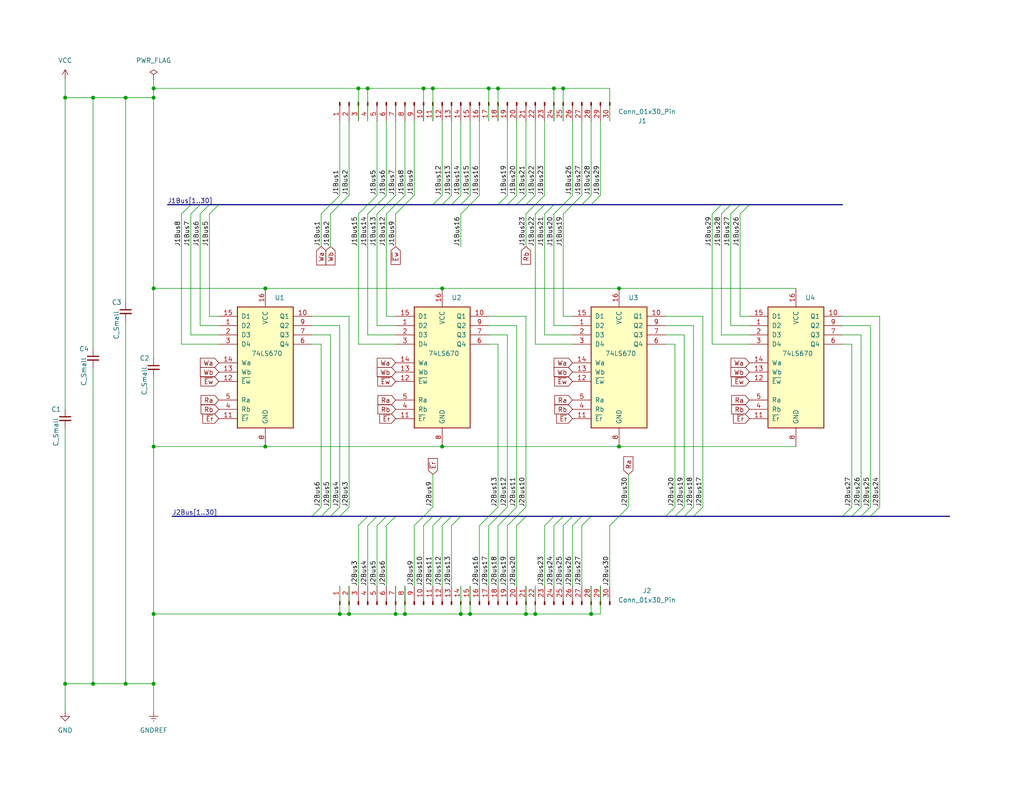
<source format=kicad_sch>
(kicad_sch (version 20230121) (generator eeschema)
  (paper "USLetter")
  (title_block (title "V501 Quad 16-bit D latch (address registers)"))
  (lib_symbols
    (symbol "74xx:74LS670" (pin_names (offset 1.016))
      (property "Reference" "U" (at -7.62 16.51 0))
      (property "Value" "74LS670" (at -7.62 -19.05 0))
      (symbol "74LS670_1_0"
        (pin input line (at -12.7 10.16 0) (length 5.08) (name "D2") (number "1"))
        (pin tri_state line (at 12.7 12.7 180) (length 5.08) (name "Q1") (number "10"))
        (pin input line (at -12.7 -15.24 0) (length 5.08) (name "~{Er}") (number "11"))
        (pin input line (at -12.7 -5.08 0) (length 5.08) (name "~{Ew}") (number "12"))
        (pin input line (at -12.7 -2.54 0) (length 5.08) (name "Wb") (number "13"))
        (pin input line (at -12.7 0 0) (length 5.08) (name "Wa") (number "14"))
        (pin input line (at -12.7 12.7 0) (length 5.08) (name "D1") (number "15"))
        (pin power_in line (at 0 20.32 270) (length 5.08) (name "VCC") (number "16"))
        (pin input line (at -12.7 7.62 0) (length 5.08) (name "D3") (number "2"))
        (pin input line (at -12.7 5.08 0) (length 5.08) (name "D4") (number "3"))
        (pin input line (at -12.7 -12.7 0) (length 5.08) (name "Rb") (number "4"))
        (pin input line (at -12.7 -10.16 0) (length 5.08) (name "Ra") (number "5"))
        (pin tri_state line (at 12.7 5.08 180) (length 5.08) (name "Q4") (number "6"))
        (pin tri_state line (at 12.7 7.62 180) (length 5.08) (name "Q3") (number "7"))
        (pin power_in line (at 0 -22.86 90) (length 5.08) (name "GND") (number "8"))
        (pin tri_state line (at 12.7 10.16 180) (length 5.08) (name "Q2") (number "9"))
      )
      (symbol "74LS670_1_1"
        (rectangle (start -7.62 15.24) (end 7.62 -17.78) (stroke (width 0.254)) (fill (type background)))
      )
    )
    (symbol "Connector:Conn_01x30_Pin" (pin_names (offset 1.016) hide)
      (property "Reference" "J" (at 0 38.1 0))
      (property "Value" "Conn_01x30_Pin" (at 0 -40.64 0))
      (symbol "Conn_01x30_Pin_1_1"
        (polyline (pts (xy 1.27 -38.1) (xy 0.8636 -38.1)) (stroke (width 0.1524)))
        (polyline (pts (xy 1.27 -35.56) (xy 0.8636 -35.56)) (stroke (width 0.1524)))
        (polyline (pts (xy 1.27 -33.02) (xy 0.8636 -33.02)) (stroke (width 0.1524)))
        (polyline (pts (xy 1.27 -30.48) (xy 0.8636 -30.48)) (stroke (width 0.1524)))
        (polyline (pts (xy 1.27 -27.94) (xy 0.8636 -27.94)) (stroke (width 0.1524)))
        (polyline (pts (xy 1.27 -25.4) (xy 0.8636 -25.4)) (stroke (width 0.1524)))
        (polyline (pts (xy 1.27 -22.86) (xy 0.8636 -22.86)) (stroke (width 0.1524)))
        (polyline (pts (xy 1.27 -20.32) (xy 0.8636 -20.32)) (stroke (width 0.1524)))
        (polyline (pts (xy 1.27 -17.78) (xy 0.8636 -17.78)) (stroke (width 0.1524)))
        (polyline (pts (xy 1.27 -15.24) (xy 0.8636 -15.24)) (stroke (width 0.1524)))
        (polyline (pts (xy 1.27 -12.7) (xy 0.8636 -12.7)) (stroke (width 0.1524)))
        (polyline (pts (xy 1.27 -10.16) (xy 0.8636 -10.16)) (stroke (width 0.1524)))
        (polyline (pts (xy 1.27 -7.62) (xy 0.8636 -7.62)) (stroke (width 0.1524)))
        (polyline (pts (xy 1.27 -5.08) (xy 0.8636 -5.08)) (stroke (width 0.1524)))
        (polyline (pts (xy 1.27 -2.54) (xy 0.8636 -2.54)) (stroke (width 0.1524)))
        (polyline (pts (xy 1.27 0) (xy 0.8636 0)) (stroke (width 0.1524)))
        (polyline (pts (xy 1.27 2.54) (xy 0.8636 2.54)) (stroke (width 0.1524)))
        (polyline (pts (xy 1.27 5.08) (xy 0.8636 5.08)) (stroke (width 0.1524)))
        (polyline (pts (xy 1.27 7.62) (xy 0.8636 7.62)) (stroke (width 0.1524)))
        (polyline (pts (xy 1.27 10.16) (xy 0.8636 10.16)) (stroke (width 0.1524)))
        (polyline (pts (xy 1.27 12.7) (xy 0.8636 12.7)) (stroke (width 0.1524)))
        (polyline (pts (xy 1.27 15.24) (xy 0.8636 15.24)) (stroke (width 0.1524)))
        (polyline (pts (xy 1.27 17.78) (xy 0.8636 17.78)) (stroke (width 0.1524)))
        (polyline (pts (xy 1.27 20.32) (xy 0.8636 20.32)) (stroke (width 0.1524)))
        (polyline (pts (xy 1.27 22.86) (xy 0.8636 22.86)) (stroke (width 0.1524)))
        (polyline (pts (xy 1.27 25.4) (xy 0.8636 25.4)) (stroke (width 0.1524)))
        (polyline (pts (xy 1.27 27.94) (xy 0.8636 27.94)) (stroke (width 0.1524)))
        (polyline (pts (xy 1.27 30.48) (xy 0.8636 30.48)) (stroke (width 0.1524)))
        (polyline (pts (xy 1.27 33.02) (xy 0.8636 33.02)) (stroke (width 0.1524)))
        (polyline (pts (xy 1.27 35.56) (xy 0.8636 35.56)) (stroke (width 0.1524)))
        (rectangle (start 0.8636 -37.973) (end 0 -38.227) (stroke (width 0.1524)) (fill (type outline)))
        (rectangle (start 0.8636 -35.433) (end 0 -35.687) (stroke (width 0.1524)) (fill (type outline)))
        (rectangle (start 0.8636 -32.893) (end 0 -33.147) (stroke (width 0.1524)) (fill (type outline)))
        (rectangle (start 0.8636 -30.353) (end 0 -30.607) (stroke (width 0.1524)) (fill (type outline)))
        (rectangle (start 0.8636 -27.813) (end 0 -28.067) (stroke (width 0.1524)) (fill (type outline)))
        (rectangle (start 0.8636 -25.273) (end 0 -25.527) (stroke (width 0.1524)) (fill (type outline)))
        (rectangle (start 0.8636 -22.733) (end 0 -22.987) (stroke (width 0.1524)) (fill (type outline)))
        (rectangle (start 0.8636 -20.193) (end 0 -20.447) (stroke (width 0.1524)) (fill (type outline)))
        (rectangle (start 0.8636 -17.653) (end 0 -17.907) (stroke (width 0.1524)) (fill (type outline)))
        (rectangle (start 0.8636 -15.113) (end 0 -15.367) (stroke (width 0.1524)) (fill (type outline)))
        (rectangle (start 0.8636 -12.573) (end 0 -12.827) (stroke (width 0.1524)) (fill (type outline)))
        (rectangle (start 0.8636 -10.033) (end 0 -10.287) (stroke (width 0.1524)) (fill (type outline)))
        (rectangle (start 0.8636 -7.493) (end 0 -7.747) (stroke (width 0.1524)) (fill (type outline)))
        (rectangle (start 0.8636 -4.953) (end 0 -5.207) (stroke (width 0.1524)) (fill (type outline)))
        (rectangle (start 0.8636 -2.413) (end 0 -2.667) (stroke (width 0.1524)) (fill (type outline)))
        (rectangle (start 0.8636 0.127) (end 0 -0.127) (stroke (width 0.1524)) (fill (type outline)))
        (rectangle (start 0.8636 2.667) (end 0 2.413) (stroke (width 0.1524)) (fill (type outline)))
        (rectangle (start 0.8636 5.207) (end 0 4.953) (stroke (width 0.1524)) (fill (type outline)))
        (rectangle (start 0.8636 7.747) (end 0 7.493) (stroke (width 0.1524)) (fill (type outline)))
        (rectangle (start 0.8636 10.287) (end 0 10.033) (stroke (width 0.1524)) (fill (type outline)))
        (rectangle (start 0.8636 12.827) (end 0 12.573) (stroke (width 0.1524)) (fill (type outline)))
        (rectangle (start 0.8636 15.367) (end 0 15.113) (stroke (width 0.1524)) (fill (type outline)))
        (rectangle (start 0.8636 17.907) (end 0 17.653) (stroke (width 0.1524)) (fill (type outline)))
        (rectangle (start 0.8636 20.447) (end 0 20.193) (stroke (width 0.1524)) (fill (type outline)))
        (rectangle (start 0.8636 22.987) (end 0 22.733) (stroke (width 0.1524)) (fill (type outline)))
        (rectangle (start 0.8636 25.527) (end 0 25.273) (stroke (width 0.1524)) (fill (type outline)))
        (rectangle (start 0.8636 28.067) (end 0 27.813) (stroke (width 0.1524)) (fill (type outline)))
        (rectangle (start 0.8636 30.607) (end 0 30.353) (stroke (width 0.1524)) (fill (type outline)))
        (rectangle (start 0.8636 33.147) (end 0 32.893) (stroke (width 0.1524)) (fill (type outline)))
        (rectangle (start 0.8636 35.687) (end 0 35.433) (stroke (width 0.1524)) (fill (type outline)))
        (pin passive line (at 5.08 35.56 180) (length 3.81) (name "Pin_1") (number "1"))
        (pin passive line (at 5.08 12.7 180) (length 3.81) (name "Pin_10") (number "10"))
        (pin passive line (at 5.08 10.16 180) (length 3.81) (name "Pin_11") (number "11"))
        (pin passive line (at 5.08 7.62 180) (length 3.81) (name "Pin_12") (number "12"))
        (pin passive line (at 5.08 5.08 180) (length 3.81) (name "Pin_13") (number "13"))
        (pin passive line (at 5.08 2.54 180) (length 3.81) (name "Pin_14") (number "14"))
        (pin passive line (at 5.08 0 180) (length 3.81) (name "Pin_15") (number "15"))
        (pin passive line (at 5.08 -2.54 180) (length 3.81) (name "Pin_16") (number "16"))
        (pin passive line (at 5.08 -5.08 180) (length 3.81) (name "Pin_17") (number "17"))
        (pin passive line (at 5.08 -7.62 180) (length 3.81) (name "Pin_18") (number "18"))
        (pin passive line (at 5.08 -10.16 180) (length 3.81) (name "Pin_19") (number "19"))
        (pin passive line (at 5.08 33.02 180) (length 3.81) (name "Pin_2") (number "2"))
        (pin passive line (at 5.08 -12.7 180) (length 3.81) (name "Pin_20") (number "20"))
        (pin passive line (at 5.08 -15.24 180) (length 3.81) (name "Pin_21") (number "21"))
        (pin passive line (at 5.08 -17.78 180) (length 3.81) (name "Pin_22") (number "22"))
        (pin passive line (at 5.08 -20.32 180) (length 3.81) (name "Pin_23") (number "23"))
        (pin passive line (at 5.08 -22.86 180) (length 3.81) (name "Pin_24") (number "24"))
        (pin passive line (at 5.08 -25.4 180) (length 3.81) (name "Pin_25") (number "25"))
        (pin passive line (at 5.08 -27.94 180) (length 3.81) (name "Pin_26") (number "26"))
        (pin passive line (at 5.08 -30.48 180) (length 3.81) (name "Pin_27") (number "27"))
        (pin passive line (at 5.08 -33.02 180) (length 3.81) (name "Pin_28") (number "28"))
        (pin passive line (at 5.08 -35.56 180) (length 3.81) (name "Pin_29") (number "29"))
        (pin passive line (at 5.08 30.48 180) (length 3.81) (name "Pin_3") (number "3"))
        (pin passive line (at 5.08 -38.1 180) (length 3.81) (name "Pin_30") (number "30"))
        (pin passive line (at 5.08 27.94 180) (length 3.81) (name "Pin_4") (number "4"))
        (pin passive line (at 5.08 25.4 180) (length 3.81) (name "Pin_5") (number "5"))
        (pin passive line (at 5.08 22.86 180) (length 3.81) (name "Pin_6") (number "6"))
        (pin passive line (at 5.08 20.32 180) (length 3.81) (name "Pin_7") (number "7"))
        (pin passive line (at 5.08 17.78 180) (length 3.81) (name "Pin_8") (number "8"))
        (pin passive line (at 5.08 15.24 180) (length 3.81) (name "Pin_9") (number "9"))
      )
    )
    (symbol "Device:C_Small" (pin_numbers hide) (pin_names (offset 0.254) hide)
      (property "Reference" "C" (at 0.254 1.778 0))
      (property "Value" "C_Small" (at 0.254 -2.032 0))
      (symbol "C_Small_0_1"
        (polyline (pts (xy -1.524 -0.508) (xy 1.524 -0.508)) (stroke (width 0.3302)))
        (polyline (pts (xy -1.524 0.508) (xy 1.524 0.508)) (stroke (width 0.3048)))
      )
      (symbol "C_Small_1_1"
        (pin passive line (at 0 2.54 270) (length 2.032) (name "~") (number "1"))
        (pin passive line (at 0 -2.54 90) (length 2.032) (name "~") (number "2"))
      )
    )
    (symbol "power:GND" (power) (pin_names (offset 0))
      (property "Value" "GND" (at 0 -3.81 0))
      (symbol "GND_0_1"
        (polyline (pts (xy 0 0) (xy 0 -1.27) (xy 1.27 -1.27) (xy 0 -2.54) (xy -1.27 -1.27) (xy 0 -1.27)))
      )
      (symbol "GND_1_1"
        (pin power_in line (at 0 0 270) (length 0) hide (name "GND") (number "1"))
      )
    )
    (symbol "power:GNDREF" (power) (pin_names (offset 0))
      (property "Value" "GNDREF" (at 0 -3.81 0))
      (symbol "GNDREF_0_1"
        (polyline (pts (xy -0.635 -1.905) (xy 0.635 -1.905)))
        (polyline (pts (xy -0.127 -2.54) (xy 0.127 -2.54)))
        (polyline (pts (xy 0 -1.27) (xy 0 0)))
        (polyline (pts (xy 1.27 -1.27) (xy -1.27 -1.27)))
      )
      (symbol "GNDREF_1_1"
        (pin power_in line (at 0 0 270) (length 0) hide (name "GNDREF") (number "1"))
      )
    )
    (symbol "power:PWR_FLAG" (power) (pin_numbers hide) (pin_names (offset 0) hide)
      (property "Value" "PWR_FLAG" (at 0 3.81 0))
      (symbol "PWR_FLAG_0_0"
        (pin power_out line (at 0 0 90) (length 0) (name "pwr") (number "1"))
      )
      (symbol "PWR_FLAG_0_1"
        (polyline (pts (xy 0 0) (xy 0 1.27) (xy -1.016 1.905) (xy 0 2.54) (xy 1.016 1.905) (xy 0 1.27)))
      )
    )
    (symbol "power:VCC" (power) (pin_names (offset 0))
      (property "Value" "VCC" (at 0 3.81 0))
      (symbol "VCC_0_1"
        (polyline (pts (xy -0.762 1.27) (xy 0 2.54)))
        (polyline (pts (xy 0 0) (xy 0 2.54)))
        (polyline (pts (xy 0 2.54) (xy 0.762 1.27)))
      )
      (symbol "VCC_1_1"
        (pin power_in line (at 0 0 90) (length 0) hide (name "VCC") (number "1"))
      )
    )
  )
  (junction (at 120.65 78.74))
  (junction (at 41.91 24.13))
  (junction (at 41.91 121.92))
  (junction (at 146.05 167.64))
  (junction (at 143.51 167.64))
  (junction (at 110.49 167.64))
  (junction (at 72.39 121.92))
  (junction (at 100.33 24.13))
  (junction (at 133.35 24.13))
  (junction (at 168.91 78.74))
  (junction (at 128.27 167.64))
  (junction (at 34.29 186.69))
  (junction (at 107.95 167.64))
  (junction (at 168.91 121.92))
  (junction (at 153.67 24.13))
  (junction (at 120.65 121.92))
  (junction (at 17.78 26.67))
  (junction (at 118.11 24.13))
  (junction (at 97.79 24.13))
  (junction (at 25.4 186.69))
  (junction (at 41.91 186.69))
  (junction (at 41.91 167.64))
  (junction (at 41.91 26.67))
  (junction (at 17.78 186.69))
  (junction (at 151.13 24.13))
  (junction (at 92.71 167.64))
  (junction (at 72.39 78.74))
  (junction (at 135.89 24.13))
  (junction (at 161.29 167.64))
  (junction (at 125.73 167.64))
  (junction (at 95.25 167.64))
  (junction (at 41.91 78.74))
  (junction (at 34.29 26.67))
  (junction (at 115.57 24.13))
  (junction (at 25.4 26.67))
  (bus_entry (at 161.29 55.88) (size 2.54 -2.54))
  (bus_entry (at 158.75 140.97) (size -2.54 2.54))
  (bus_entry (at 107.95 55.88) (size 2.54 -2.54))
  (bus_entry (at 138.43 140.97) (size 2.54 -2.54))
  (bus_entry (at 57.15 55.88) (size -2.54 2.54))
  (bus_entry (at 128.27 55.88) (size 2.54 -2.54))
  (bus_entry (at 52.07 55.88) (size -2.54 2.54))
  (bus_entry (at 189.23 140.97) (size 2.54 -2.54))
  (bus_entry (at 133.35 140.97) (size 2.54 -2.54))
  (bus_entry (at 229.87 140.97) (size 2.54 -2.54))
  (bus_entry (at 140.97 140.97) (size 2.54 -2.54))
  (bus_entry (at 201.93 55.88) (size -2.54 2.54))
  (bus_entry (at 156.21 55.88) (size -2.54 2.54))
  (bus_entry (at 102.87 55.88) (size -2.54 2.54))
  (bus_entry (at 135.89 140.97) (size -2.54 2.54))
  (bus_entry (at 123.19 140.97) (size -2.54 2.54))
  (bus_entry (at 156.21 140.97) (size -2.54 2.54))
  (bus_entry (at 85.09 140.97) (size 2.54 -2.54))
  (bus_entry (at 199.39 55.88) (size -2.54 2.54))
  (bus_entry (at 102.87 140.97) (size -2.54 2.54))
  (bus_entry (at 161.29 140.97) (size -2.54 2.54))
  (bus_entry (at 135.89 140.97) (size 2.54 -2.54))
  (bus_entry (at 105.41 55.88) (size -2.54 2.54))
  (bus_entry (at 105.41 140.97) (size -2.54 2.54))
  (bus_entry (at 143.51 140.97) (size -2.54 2.54))
  (bus_entry (at 135.89 55.88) (size 2.54 -2.54))
  (bus_entry (at 90.17 140.97) (size 2.54 -2.54))
  (bus_entry (at 196.85 55.88) (size -2.54 2.54))
  (bus_entry (at 140.97 55.88) (size 2.54 -2.54))
  (bus_entry (at 118.11 140.97) (size -2.54 2.54))
  (bus_entry (at 87.63 140.97) (size 2.54 -2.54))
  (bus_entry (at 107.95 55.88) (size -2.54 2.54))
  (bus_entry (at 102.87 55.88) (size 2.54 -2.54))
  (bus_entry (at 158.75 55.88) (size 2.54 -2.54))
  (bus_entry (at 105.41 55.88) (size 2.54 -2.54))
  (bus_entry (at 153.67 140.97) (size -2.54 2.54))
  (bus_entry (at 118.11 55.88) (size 2.54 -2.54))
  (bus_entry (at 125.73 55.88) (size 2.54 -2.54))
  (bus_entry (at 146.05 55.88) (size 2.54 -2.54))
  (bus_entry (at 148.59 55.88) (size -2.54 2.54))
  (bus_entry (at 181.61 140.97) (size 2.54 -2.54))
  (bus_entry (at 133.35 140.97) (size -2.54 2.54))
  (bus_entry (at 168.91 140.97) (size 2.54 -2.54))
  (bus_entry (at 234.95 140.97) (size 2.54 -2.54))
  (bus_entry (at 100.33 140.97) (size -2.54 2.54))
  (bus_entry (at 110.49 55.88) (size -2.54 2.54))
  (bus_entry (at 100.33 55.88) (size -2.54 2.54))
  (bus_entry (at 146.05 55.88) (size -2.54 2.54))
  (bus_entry (at 92.71 140.97) (size 2.54 -2.54))
  (bus_entry (at 138.43 55.88) (size 2.54 -2.54))
  (bus_entry (at 153.67 55.88) (size 2.54 -2.54))
  (bus_entry (at 143.51 55.88) (size 2.54 -2.54))
  (bus_entry (at 186.69 140.97) (size 2.54 -2.54))
  (bus_entry (at 153.67 55.88) (size -2.54 2.54))
  (bus_entry (at 151.13 140.97) (size -2.54 2.54))
  (bus_entry (at 92.71 55.88) (size -2.54 2.54))
  (bus_entry (at 151.13 55.88) (size -2.54 2.54))
  (bus_entry (at 123.19 55.88) (size 2.54 -2.54))
  (bus_entry (at 100.33 55.88) (size 2.54 -2.54))
  (bus_entry (at 125.73 140.97) (size -2.54 2.54))
  (bus_entry (at 232.41 140.97) (size 2.54 -2.54))
  (bus_entry (at 110.49 55.88) (size 2.54 -2.54))
  (bus_entry (at 54.61 55.88) (size -2.54 2.54))
  (bus_entry (at 138.43 140.97) (size -2.54 2.54))
  (bus_entry (at 115.57 140.97) (size -2.54 2.54))
  (bus_entry (at 237.49 140.97) (size 2.54 -2.54))
  (bus_entry (at 128.27 55.88) (size -2.54 2.54))
  (bus_entry (at 168.91 140.97) (size -2.54 2.54))
  (bus_entry (at 140.97 140.97) (size -2.54 2.54))
  (bus_entry (at 90.17 55.88) (size 2.54 -2.54))
  (bus_entry (at 107.95 140.97) (size -2.54 2.54))
  (bus_entry (at 204.47 55.88) (size -2.54 2.54))
  (bus_entry (at 184.15 140.97) (size 2.54 -2.54))
  (bus_entry (at 59.69 55.88) (size -2.54 2.54))
  (bus_entry (at 115.57 140.97) (size 2.54 -2.54))
  (bus_entry (at 120.65 55.88) (size 2.54 -2.54))
  (bus_entry (at 92.71 55.88) (size 2.54 -2.54))
  (bus_entry (at 120.65 140.97) (size -2.54 2.54))
  (bus_entry (at 90.17 55.88) (size -2.54 2.54))
  (bus_entry (at 156.21 55.88) (size 2.54 -2.54))
  (wire (pts (xy 107.95 88.9) (xy 102.87 88.9)))
  (wire (pts (xy 110.49 167.64) (xy 107.95 167.64)))
  (wire (pts (xy 151.13 33.02) (xy 151.13 24.13)))
  (bus (pts (xy 90.17 140.97) (xy 92.71 140.97)))
  (wire (pts (xy 234.95 138.43) (xy 234.95 91.44)))
  (wire (pts (xy 107.95 167.64) (xy 95.25 167.64)))
  (wire (pts (xy 97.79 24.13) (xy 41.91 24.13)))
  (wire (pts (xy 90.17 58.42) (xy 90.17 67.31)))
  (wire (pts (xy 143.51 33.02) (xy 143.51 53.34)))
  (wire (pts (xy 191.77 86.36) (xy 191.77 138.43)))
  (wire (pts (xy 85.09 86.36) (xy 95.25 86.36)))
  (wire (pts (xy 41.91 26.67) (xy 41.91 78.74)))
  (bus (pts (xy 153.67 140.97) (xy 156.21 140.97)))
  (wire (pts (xy 201.93 58.42) (xy 201.93 86.36)))
  (bus (pts (xy 120.65 140.97) (xy 123.19 140.97)))
  (wire (pts (xy 92.71 33.02) (xy 92.71 53.34)))
  (bus (pts (xy 123.19 140.97) (xy 125.73 140.97)))
  (wire (pts (xy 133.35 93.98) (xy 135.89 93.98)))
  (wire (pts (xy 133.35 143.51) (xy 133.35 160.02)))
  (wire (pts (xy 161.29 160.02) (xy 161.29 167.64)))
  (wire (pts (xy 41.91 167.64) (xy 92.71 167.64)))
  (wire (pts (xy 153.67 24.13) (xy 166.37 24.13)))
  (wire (pts (xy 140.97 138.43) (xy 140.97 88.9)))
  (wire (pts (xy 133.35 24.13) (xy 118.11 24.13)))
  (bus (pts (xy 199.39 55.88) (xy 201.93 55.88)))
  (wire (pts (xy 107.95 91.44) (xy 100.33 91.44)))
  (wire (pts (xy 123.19 143.51) (xy 123.19 160.02)))
  (wire (pts (xy 156.21 33.02) (xy 156.21 53.34)))
  (wire (pts (xy 156.21 88.9) (xy 151.13 88.9)))
  (wire (pts (xy 194.31 58.42) (xy 194.31 93.98)))
  (wire (pts (xy 166.37 143.51) (xy 166.37 160.02)))
  (bus (pts (xy 85.09 140.97) (xy 87.63 140.97)))
  (wire (pts (xy 161.29 167.64) (xy 163.83 167.64)))
  (wire (pts (xy 54.61 58.42) (xy 54.61 88.9)))
  (wire (pts (xy 125.73 167.64) (xy 128.27 167.64)))
  (wire (pts (xy 25.4 26.67) (xy 34.29 26.67)))
  (wire (pts (xy 52.07 58.42) (xy 52.07 91.44)))
  (wire (pts (xy 237.49 138.43) (xy 237.49 88.9)))
  (wire (pts (xy 118.11 143.51) (xy 118.11 160.02)))
  (wire (pts (xy 128.27 160.02) (xy 128.27 167.64)))
  (wire (pts (xy 146.05 167.64) (xy 161.29 167.64)))
  (bus (pts (xy 87.63 140.97) (xy 90.17 140.97)))
  (bus (pts (xy 229.87 140.97) (xy 232.41 140.97)))
  (bus (pts (xy 135.89 140.97) (xy 138.43 140.97)))
  (bus (pts (xy 184.15 140.97) (xy 186.69 140.97)))
  (wire (pts (xy 49.53 58.42) (xy 49.53 93.98)))
  (wire (pts (xy 151.13 24.13) (xy 153.67 24.13)))
  (wire (pts (xy 90.17 138.43) (xy 90.17 91.44)))
  (wire (pts (xy 25.4 186.69) (xy 34.29 186.69)))
  (wire (pts (xy 153.67 143.51) (xy 153.67 160.02)))
  (wire (pts (xy 95.25 86.36) (xy 95.25 138.43)))
  (wire (pts (xy 105.41 33.02) (xy 105.41 53.34)))
  (bus (pts (xy 135.89 55.88) (xy 138.43 55.88)))
  (bus (pts (xy 120.65 55.88) (xy 123.19 55.88)))
  (wire (pts (xy 234.95 91.44) (xy 229.87 91.44)))
  (wire (pts (xy 143.51 86.36) (xy 143.51 138.43)))
  (bus (pts (xy 232.41 140.97) (xy 234.95 140.97)))
  (wire (pts (xy 115.57 143.51) (xy 115.57 160.02)))
  (wire (pts (xy 100.33 24.13) (xy 97.79 24.13)))
  (wire (pts (xy 120.65 121.92) (xy 168.91 121.92)))
  (wire (pts (xy 158.75 33.02) (xy 158.75 53.34)))
  (bus (pts (xy 102.87 55.88) (xy 105.41 55.88)))
  (bus (pts (xy 151.13 140.97) (xy 153.67 140.97)))
  (wire (pts (xy 140.97 143.51) (xy 140.97 160.02)))
  (wire (pts (xy 204.47 86.36) (xy 201.93 86.36)))
  (wire (pts (xy 115.57 24.13) (xy 100.33 24.13)))
  (wire (pts (xy 151.13 58.42) (xy 151.13 88.9)))
  (wire (pts (xy 120.65 33.02) (xy 120.65 53.34)))
  (bus (pts (xy 158.75 140.97) (xy 161.29 140.97)))
  (bus (pts (xy 146.05 55.88) (xy 148.59 55.88)))
  (bus (pts (xy 128.27 55.88) (xy 135.89 55.88)))
  (wire (pts (xy 125.73 167.64) (xy 110.49 167.64)))
  (wire (pts (xy 105.41 143.51) (xy 105.41 160.02)))
  (wire (pts (xy 166.37 33.02) (xy 166.37 24.13)))
  (bus (pts (xy 105.41 55.88) (xy 107.95 55.88)))
  (wire (pts (xy 204.47 88.9) (xy 199.39 88.9)))
  (bus (pts (xy 189.23 140.97) (xy 229.87 140.97)))
  (wire (pts (xy 113.03 143.51) (xy 113.03 160.02)))
  (bus (pts (xy 204.47 55.88) (xy 229.87 55.88)))
  (bus (pts (xy 118.11 140.97) (xy 120.65 140.97)))
  (wire (pts (xy 151.13 143.51) (xy 151.13 160.02)))
  (wire (pts (xy 107.95 160.02) (xy 107.95 167.64)))
  (bus (pts (xy 100.33 140.97) (xy 102.87 140.97)))
  (bus (pts (xy 90.17 55.88) (xy 92.71 55.88)))
  (wire (pts (xy 135.89 138.43) (xy 135.89 93.98)))
  (wire (pts (xy 25.4 100.33) (xy 25.4 186.69)))
  (bus (pts (xy 234.95 140.97) (xy 237.49 140.97)))
  (wire (pts (xy 237.49 88.9) (xy 229.87 88.9)))
  (bus (pts (xy 125.73 140.97) (xy 133.35 140.97)))
  (wire (pts (xy 41.91 186.69) (xy 41.91 194.31)))
  (wire (pts (xy 148.59 143.51) (xy 148.59 160.02)))
  (wire (pts (xy 59.69 86.36) (xy 57.15 86.36)))
  (wire (pts (xy 138.43 143.51) (xy 138.43 160.02)))
  (bus (pts (xy 115.57 140.97) (xy 118.11 140.97)))
  (bus (pts (xy 151.13 55.88) (xy 153.67 55.88)))
  (wire (pts (xy 138.43 91.44) (xy 138.43 138.43)))
  (wire (pts (xy 133.35 88.9) (xy 140.97 88.9)))
  (wire (pts (xy 17.78 26.67) (xy 17.78 111.76)))
  (bus (pts (xy 138.43 140.97) (xy 140.97 140.97)))
  (bus (pts (xy 143.51 140.97) (xy 151.13 140.97)))
  (wire (pts (xy 17.78 186.69) (xy 17.78 194.31)))
  (bus (pts (xy 54.61 55.88) (xy 57.15 55.88)))
  (wire (pts (xy 97.79 58.42) (xy 97.79 93.98)))
  (wire (pts (xy 118.11 33.02) (xy 118.11 24.13)))
  (wire (pts (xy 143.51 167.64) (xy 128.27 167.64)))
  (wire (pts (xy 143.51 58.42) (xy 143.51 67.31)))
  (wire (pts (xy 92.71 167.64) (xy 95.25 167.64)))
  (bus (pts (xy 186.69 140.97) (xy 189.23 140.97)))
  (wire (pts (xy 204.47 91.44) (xy 196.85 91.44)))
  (wire (pts (xy 163.83 160.02) (xy 163.83 167.64)))
  (wire (pts (xy 181.61 91.44) (xy 186.69 91.44)))
  (wire (pts (xy 133.35 86.36) (xy 143.51 86.36)))
  (bus (pts (xy 107.95 55.88) (xy 110.49 55.88)))
  (wire (pts (xy 125.73 58.42) (xy 125.73 67.31)))
  (wire (pts (xy 17.78 26.67) (xy 25.4 26.67)))
  (bus (pts (xy 161.29 55.88) (xy 196.85 55.88)))
  (wire (pts (xy 34.29 26.67) (xy 34.29 82.55)))
  (wire (pts (xy 85.09 91.44) (xy 90.17 91.44)))
  (wire (pts (xy 115.57 33.02) (xy 115.57 24.13)))
  (wire (pts (xy 189.23 88.9) (xy 189.23 138.43)))
  (wire (pts (xy 120.65 143.51) (xy 120.65 160.02)))
  (wire (pts (xy 135.89 143.51) (xy 135.89 160.02)))
  (wire (pts (xy 153.67 58.42) (xy 153.67 86.36)))
  (bus (pts (xy 140.97 140.97) (xy 143.51 140.97)))
  (wire (pts (xy 107.95 33.02) (xy 107.95 53.34)))
  (wire (pts (xy 232.41 138.43) (xy 232.41 93.98)))
  (bus (pts (xy 92.71 55.88) (xy 100.33 55.88)))
  (wire (pts (xy 97.79 143.51) (xy 97.79 160.02)))
  (wire (pts (xy 189.23 88.9) (xy 181.61 88.9)))
  (bus (pts (xy 143.51 55.88) (xy 146.05 55.88)))
  (bus (pts (xy 148.59 55.88) (xy 151.13 55.88)))
  (bus (pts (xy 125.73 55.88) (xy 128.27 55.88)))
  (bus (pts (xy 156.21 55.88) (xy 158.75 55.88)))
  (wire (pts (xy 100.33 33.02) (xy 100.33 24.13)))
  (wire (pts (xy 120.65 78.74) (xy 168.91 78.74)))
  (bus (pts (xy 45.72 55.88) (xy 52.07 55.88)))
  (wire (pts (xy 130.81 143.51) (xy 130.81 160.02)))
  (bus (pts (xy 181.61 140.97) (xy 184.15 140.97)))
  (wire (pts (xy 204.47 93.98) (xy 194.31 93.98)))
  (wire (pts (xy 161.29 33.02) (xy 161.29 53.34)))
  (wire (pts (xy 41.91 167.64) (xy 41.91 186.69)))
  (wire (pts (xy 168.91 121.92) (xy 217.17 121.92)))
  (wire (pts (xy 97.79 33.02) (xy 97.79 24.13)))
  (wire (pts (xy 17.78 21.59) (xy 17.78 26.67)))
  (wire (pts (xy 92.71 138.43) (xy 92.71 88.9)))
  (wire (pts (xy 156.21 86.36) (xy 153.67 86.36)))
  (wire (pts (xy 41.91 78.74) (xy 72.39 78.74)))
  (wire (pts (xy 41.91 102.87) (xy 41.91 121.92)))
  (wire (pts (xy 156.21 143.51) (xy 156.21 160.02)))
  (bus (pts (xy 100.33 55.88) (xy 102.87 55.88)))
  (wire (pts (xy 181.61 86.36) (xy 191.77 86.36)))
  (wire (pts (xy 133.35 33.02) (xy 133.35 24.13)))
  (wire (pts (xy 105.41 58.42) (xy 105.41 86.36)))
  (wire (pts (xy 41.91 121.92) (xy 72.39 121.92)))
  (wire (pts (xy 123.19 33.02) (xy 123.19 53.34)))
  (bus (pts (xy 196.85 55.88) (xy 199.39 55.88)))
  (bus (pts (xy 158.75 55.88) (xy 161.29 55.88)))
  (wire (pts (xy 125.73 160.02) (xy 125.73 167.64)))
  (wire (pts (xy 41.91 21.59) (xy 41.91 24.13)))
  (wire (pts (xy 107.95 58.42) (xy 107.95 67.31)))
  (bus (pts (xy 138.43 55.88) (xy 140.97 55.88)))
  (wire (pts (xy 158.75 143.51) (xy 158.75 160.02)))
  (bus (pts (xy 133.35 140.97) (xy 135.89 140.97)))
  (wire (pts (xy 100.33 58.42) (xy 100.33 91.44)))
  (bus (pts (xy 107.95 140.97) (xy 115.57 140.97)))
  (bus (pts (xy 57.15 55.88) (xy 59.69 55.88)))
  (wire (pts (xy 143.51 160.02) (xy 143.51 167.64)))
  (bus (pts (xy 92.71 140.97) (xy 100.33 140.97)))
  (wire (pts (xy 34.29 87.63) (xy 34.29 186.69)))
  (bus (pts (xy 46.99 140.97) (xy 85.09 140.97)))
  (wire (pts (xy 107.95 86.36) (xy 105.41 86.36)))
  (bus (pts (xy 153.67 55.88) (xy 156.21 55.88)))
  (wire (pts (xy 92.71 160.02) (xy 92.71 167.64)))
  (wire (pts (xy 34.29 26.67) (xy 41.91 26.67)))
  (wire (pts (xy 85.09 88.9) (xy 92.71 88.9)))
  (wire (pts (xy 110.49 33.02) (xy 110.49 53.34)))
  (wire (pts (xy 184.15 93.98) (xy 181.61 93.98)))
  (bus (pts (xy 118.11 55.88) (xy 120.65 55.88)))
  (bus (pts (xy 140.97 55.88) (xy 143.51 55.88)))
  (bus (pts (xy 110.49 55.88) (xy 118.11 55.88)))
  (wire (pts (xy 135.89 33.02) (xy 135.89 24.13)))
  (wire (pts (xy 102.87 58.42) (xy 102.87 88.9)))
  (wire (pts (xy 118.11 129.54) (xy 118.11 138.43)))
  (wire (pts (xy 138.43 33.02) (xy 138.43 53.34)))
  (wire (pts (xy 17.78 186.69) (xy 25.4 186.69)))
  (wire (pts (xy 110.49 160.02) (xy 110.49 167.64)))
  (wire (pts (xy 199.39 58.42) (xy 199.39 88.9)))
  (bus (pts (xy 168.91 140.97) (xy 181.61 140.97)))
  (wire (pts (xy 186.69 91.44) (xy 186.69 138.43)))
  (wire (pts (xy 153.67 33.02) (xy 153.67 24.13)))
  (wire (pts (xy 59.69 88.9) (xy 54.61 88.9)))
  (wire (pts (xy 87.63 58.42) (xy 87.63 67.31)))
  (wire (pts (xy 72.39 121.92) (xy 120.65 121.92)))
  (wire (pts (xy 133.35 91.44) (xy 138.43 91.44)))
  (wire (pts (xy 146.05 160.02) (xy 146.05 167.64)))
  (bus (pts (xy 59.69 55.88) (xy 90.17 55.88)))
  (wire (pts (xy 59.69 91.44) (xy 52.07 91.44)))
  (bus (pts (xy 161.29 140.97) (xy 168.91 140.97)))
  (wire (pts (xy 140.97 33.02) (xy 140.97 53.34)))
  (wire (pts (xy 87.63 138.43) (xy 87.63 93.98)))
  (bus (pts (xy 123.19 55.88) (xy 125.73 55.88)))
  (wire (pts (xy 107.95 93.98) (xy 97.79 93.98)))
  (wire (pts (xy 146.05 167.64) (xy 143.51 167.64)))
  (wire (pts (xy 135.89 24.13) (xy 151.13 24.13)))
  (wire (pts (xy 102.87 33.02) (xy 102.87 53.34)))
  (wire (pts (xy 85.09 93.98) (xy 87.63 93.98)))
  (wire (pts (xy 229.87 86.36) (xy 240.03 86.36)))
  (wire (pts (xy 156.21 93.98) (xy 146.05 93.98)))
  (bus (pts (xy 237.49 140.97) (xy 259.08 140.97)))
  (wire (pts (xy 72.39 78.74) (xy 120.65 78.74)))
  (wire (pts (xy 156.21 91.44) (xy 148.59 91.44)))
  (wire (pts (xy 125.73 33.02) (xy 125.73 53.34)))
  (wire (pts (xy 34.29 186.69) (xy 41.91 186.69)))
  (wire (pts (xy 133.35 24.13) (xy 135.89 24.13)))
  (bus (pts (xy 105.41 140.97) (xy 107.95 140.97)))
  (wire (pts (xy 196.85 58.42) (xy 196.85 91.44)))
  (wire (pts (xy 229.87 93.98) (xy 232.41 93.98)))
  (wire (pts (xy 57.15 58.42) (xy 57.15 86.36)))
  (wire (pts (xy 168.91 78.74) (xy 217.17 78.74)))
  (wire (pts (xy 102.87 143.51) (xy 102.87 160.02)))
  (bus (pts (xy 201.93 55.88) (xy 204.47 55.88)))
  (wire (pts (xy 59.69 93.98) (xy 49.53 93.98)))
  (wire (pts (xy 240.03 86.36) (xy 240.03 138.43)))
  (wire (pts (xy 148.59 58.42) (xy 148.59 91.44)))
  (wire (pts (xy 17.78 116.84) (xy 17.78 186.69)))
  (wire (pts (xy 184.15 138.43) (xy 184.15 93.98)))
  (wire (pts (xy 148.59 33.02) (xy 148.59 53.34)))
  (wire (pts (xy 25.4 26.67) (xy 25.4 95.25)))
  (wire (pts (xy 128.27 33.02) (xy 128.27 53.34)))
  (wire (pts (xy 118.11 24.13) (xy 115.57 24.13)))
  (bus (pts (xy 102.87 140.97) (xy 105.41 140.97)))
  (wire (pts (xy 146.05 33.02) (xy 146.05 53.34)))
  (wire (pts (xy 100.33 143.51) (xy 100.33 160.02)))
  (bus (pts (xy 156.21 140.97) (xy 158.75 140.97)))
  (wire (pts (xy 171.45 129.54) (xy 171.45 138.43)))
  (wire (pts (xy 113.03 33.02) (xy 113.03 53.34)))
  (wire (pts (xy 41.91 24.13) (xy 41.91 26.67)))
  (wire (pts (xy 130.81 33.02) (xy 130.81 53.34)))
  (bus (pts (xy 52.07 55.88) (xy 54.61 55.88)))
  (wire (pts (xy 95.25 33.02) (xy 95.25 53.34)))
  (wire (pts (xy 41.91 78.74) (xy 41.91 97.79)))
  (wire (pts (xy 163.83 33.02) (xy 163.83 53.34)))
  (wire (pts (xy 146.05 58.42) (xy 146.05 93.98)))
  (wire (pts (xy 41.91 121.92) (xy 41.91 167.64)))
  (wire (pts (xy 95.25 160.02) (xy 95.25 167.64)))
  (label "J2Bus26" (at 156.21 160.02 90))
  (label "J2Bus11" (at 140.97 138.43 90))
  (label "J2Bus19" (at 186.69 138.43 90))
  (label "J1Bus20" (at 140.97 53.34 90))
  (label "J1Bus2" (at 90.17 67.31 90))
  (label "J2Bus3" (at 95.25 138.43 90))
  (label "J1Bus19" (at 138.43 53.34 90))
  (label "J2Bus24" (at 151.13 160.02 90))
  (label "J1Bus15" (at 97.79 67.31 90))
  (label "J2Bus9" (at 118.11 138.43 90))
  (label "J1Bus8" (at 110.49 53.34 90))
  (label "J2Bus13" (at 123.19 160.02 90))
  (label "J2Bus5" (at 90.17 138.43 90))
  (label "J2Bus12" (at 138.43 138.43 90))
  (label "J2Bus10" (at 143.51 138.43 90))
  (label "J2Bus17" (at 191.77 138.43 90))
  (label "J2Bus6" (at 87.63 138.43 90))
  (label "J1Bus5" (at 57.15 67.31 90))
  (label "J2Bus25" (at 153.67 160.02 90))
  (label "J1Bus6" (at 54.61 67.31 90))
  (label "J2Bus4" (at 92.71 138.43 90))
  (label "J1Bus2" (at 95.25 53.34 90))
  (label "J1Bus7" (at 52.07 67.31 90))
  (label "J1Bus9" (at 113.03 53.34 90))
  (label "J1Bus[1..30]" (at 45.72 55.88 0))
  (label "J2Bus12" (at 120.65 160.02 90))
  (label "J1Bus23" (at 143.51 67.31 90))
  (label "J2Bus13" (at 135.89 138.43 90))
  (label "J2Bus27" (at 158.75 160.02 90))
  (label "J1Bus8" (at 49.53 67.31 90))
  (label "J2Bus4" (at 100.33 160.02 90))
  (label "J1Bus28" (at 161.29 53.34 90))
  (label "J1Bus14" (at 125.73 53.34 90))
  (label "J2Bus16" (at 130.81 160.02 90))
  (label "J1Bus7" (at 107.95 53.34 90))
  (label "J2Bus[1..30]" (at 46.99 140.97 0))
  (label "J2Bus30" (at 171.45 138.43 90))
  (label "J1Bus19" (at 153.67 67.31 90))
  (label "J2Bus10" (at 115.57 160.02 90))
  (label "J1Bus23" (at 148.59 53.34 90))
  (label "J1Bus22" (at 146.05 53.34 90))
  (label "J1Bus13" (at 102.87 67.31 90))
  (label "J1Bus21" (at 148.59 67.31 90))
  (label "J1Bus14" (at 100.33 67.31 90))
  (label "J1Bus1" (at 87.63 67.31 90))
  (label "J1Bus1" (at 92.71 53.34 90))
  (label "J1Bus26" (at 156.21 53.34 90))
  (label "J2Bus5" (at 102.87 160.02 90))
  (label "J2Bus25" (at 237.49 138.43 90))
  (label "J2Bus30" (at 166.37 160.02 90))
  (label "J2Bus3" (at 97.79 160.02 90))
  (label "J1Bus6" (at 105.41 53.34 90))
  (label "J2Bus23" (at 148.59 160.02 90))
  (label "J2Bus11" (at 118.11 160.02 90))
  (label "J1Bus21" (at 143.51 53.34 90))
  (label "J1Bus15" (at 128.27 53.34 90))
  (label "J1Bus12" (at 105.41 67.31 90))
  (label "J1Bus29" (at 163.83 53.34 90))
  (label "J2Bus26" (at 234.95 138.43 90))
  (label "J1Bus5" (at 102.87 53.34 90))
  (label "J2Bus6" (at 105.41 160.02 90))
  (label "J1Bus29" (at 194.31 67.31 90))
  (label "J1Bus16" (at 125.73 67.31 90))
  (label "J2Bus17" (at 133.35 160.02 90))
  (label "J1Bus28" (at 196.85 67.31 90))
  (label "J1Bus16" (at 130.81 53.34 90))
  (label "J2Bus27" (at 232.41 138.43 90))
  (label "J2Bus18" (at 189.23 138.43 90))
  (label "J1Bus27" (at 158.75 53.34 90))
  (label "J1Bus22" (at 146.05 67.31 90))
  (label "J2Bus24" (at 240.03 138.43 90))
  (label "J2Bus18" (at 135.89 160.02 90))
  (label "J1Bus12" (at 120.65 53.34 90))
  (label "J2Bus19" (at 138.43 160.02 90))
  (label "J1Bus13" (at 123.19 53.34 90))
  (label "J1Bus27" (at 199.39 67.31 90))
  (label "J2Bus20" (at 184.15 138.43 90))
  (label "J1Bus26" (at 201.93 67.31 90))
  (label "J1Bus20" (at 151.13 67.31 90))
  (label "J2Bus20" (at 140.97 160.02 90))
  (label "J1Bus9" (at 107.95 67.31 90))
  (label "J2Bus9" (at 113.03 160.02 90))
  (global_label "~{Ew}" (shape input) (at 59.69 104.14 180) (property "Intersheetrefs" "${INTERSHEET_REFS}" (effects hide)))
  (global_label "~{Er}" (shape input) (at 156.21 114.3 180) (property "Intersheetrefs" "${INTERSHEET_REFS}" (effects hide)))
  (global_label "Ra" (shape input) (at 59.69 109.22 180) (property "Intersheetrefs" "${INTERSHEET_REFS}" (effects hide)))
  (global_label "Wa" (shape input) (at 204.47 99.06 180) (property "Intersheetrefs" "${INTERSHEET_REFS}" (effects hide)))
  (global_label "Ra" (shape input) (at 156.21 109.22 180) (property "Intersheetrefs" "${INTERSHEET_REFS}" (effects hide)))
  (global_label "Wa" (shape input) (at 107.95 99.06 180) (property "Intersheetrefs" "${INTERSHEET_REFS}" (effects hide)))
  (global_label "Ra" (shape input) (at 204.47 109.22 180) (property "Intersheetrefs" "${INTERSHEET_REFS}" (effects hide)))
  (global_label "Ra" (shape input) (at 107.95 109.22 180) (property "Intersheetrefs" "${INTERSHEET_REFS}" (effects hide)))
  (global_label "Wb" (shape input) (at 90.17 67.31 270) (property "Intersheetrefs" "${INTERSHEET_REFS}" (effects hide)))
  (global_label "~{Er}" (shape input) (at 59.69 114.3 180) (property "Intersheetrefs" "${INTERSHEET_REFS}" (effects hide)))
  (global_label "Wb" (shape input) (at 59.69 101.6 180) (property "Intersheetrefs" "${INTERSHEET_REFS}" (effects hide)))
  (global_label "Rb" (shape input) (at 107.95 111.76 180) (property "Intersheetrefs" "${INTERSHEET_REFS}" (effects hide)))
  (global_label "Rb" (shape input) (at 156.21 111.76 180) (property "Intersheetrefs" "${INTERSHEET_REFS}" (effects hide)))
  (global_label "Rb" (shape input) (at 204.47 111.76 180) (property "Intersheetrefs" "${INTERSHEET_REFS}" (effects hide)))
  (global_label "Wb" (shape input) (at 204.47 101.6 180) (property "Intersheetrefs" "${INTERSHEET_REFS}" (effects hide)))
  (global_label "Rb" (shape input) (at 143.51 67.31 270) (property "Intersheetrefs" "${INTERSHEET_REFS}" (effects hide)))
  (global_label "~{Ew}" (shape input) (at 107.95 67.31 270) (property "Intersheetrefs" "${INTERSHEET_REFS}" (effects hide)))
  (global_label "Rb" (shape input) (at 59.69 111.76 180) (property "Intersheetrefs" "${INTERSHEET_REFS}" (effects hide)))
  (global_label "~{Ew}" (shape input) (at 204.47 104.14 180) (property "Intersheetrefs" "${INTERSHEET_REFS}" (effects hide)))
  (global_label "Wb" (shape input) (at 156.21 101.6 180) (property "Intersheetrefs" "${INTERSHEET_REFS}" (effects hide)))
  (global_label "~{Er}" (shape input) (at 204.47 114.3 180) (property "Intersheetrefs" "${INTERSHEET_REFS}" (effects hide)))
  (global_label "~{Ew}" (shape input) (at 156.21 104.14 180) (property "Intersheetrefs" "${INTERSHEET_REFS}" (effects hide)))
  (global_label "Wa" (shape input) (at 87.63 67.31 270) (property "Intersheetrefs" "${INTERSHEET_REFS}" (effects hide)))
  (global_label "Wa" (shape input) (at 59.69 99.06 180) (property "Intersheetrefs" "${INTERSHEET_REFS}" (effects hide)))
  (global_label "Wa" (shape input) (at 156.21 99.06 180) (property "Intersheetrefs" "${INTERSHEET_REFS}" (effects hide)))
  (global_label "~{Ew}" (shape input) (at 107.95 104.14 180) (property "Intersheetrefs" "${INTERSHEET_REFS}" (effects hide)))
  (global_label "~{Er}" (shape input) (at 107.95 114.3 180) (property "Intersheetrefs" "${INTERSHEET_REFS}" (effects hide)))
  (global_label "~{Er}" (shape input) (at 118.11 129.54 90) (property "Intersheetrefs" "${INTERSHEET_REFS}" (effects hide)))
  (global_label "Wb" (shape input) (at 107.95 101.6 180) (property "Intersheetrefs" "${INTERSHEET_REFS}" (effects hide)))
  (global_label "Ra" (shape input) (at 171.45 129.54 90) (property "Intersheetrefs" "${INTERSHEET_REFS}" (effects hide)))
  (symbol (lib_id "Connector:Conn_01x30_Pin") (at 128.27 165.1 90) (unit 1)
    (property "Reference" "J2" (at 176.53 161.29 90))
    (property "Value" "Conn_01x30_Pin" (at 176.53 163.83 90))
    (property "Footprint" "Connector_PinHeader_2.54mm:PinHeader_1x30_P2.54mm_Vertical" (effects hide))
  )
  (symbol (lib_id "74xx:74LS670") (at 168.91 99.06 0) (unit 1)
    (property "Reference" "U3" (at 171.45 81.28 0) (effects (justify left)))
    (property "Value" "74LS670" (at 165.1 96.52 0) (effects (justify left)))
    (property "Footprint" "Package_DIP:DIP-16_W7.62mm" (effects hide))
    (property "Datasheet" "http://www.ti.com/lit/gpn/sn74LS670" (effects hide))
  )
  (symbol (lib_id "Device:C_Small") (at 25.4 97.79 0) (unit 1)
    (property "Reference" "C4" (at 21.59 95.25 0) (effects (justify left)))
    (property "Value" "C_Small" (at 22.86 105.41 90) (effects (justify left)))
    (property "Footprint" "Capacitor_THT:C_Disc_D5.0mm_W2.5mm_P2.50mm" (effects hide))
  )
  (symbol (lib_id "power:GNDREF") (at 41.91 194.31 0) (unit 1)
    (property "Reference" "#PWR03" (effects hide))
    (property "Value" "GNDREF" (at 41.91 199.39 0))
  )
  (symbol (lib_id "Connector:Conn_01x30_Pin") (at 128.27 27.94 90) (mirror x) (unit 1)
    (property "Reference" "J1" (at 175.26 33.02 90))
    (property "Value" "Conn_01x30_Pin" (at 176.53 30.48 90))
    (property "Footprint" "Connector_PinHeader_2.54mm:PinHeader_1x30_P2.54mm_Vertical" (effects hide))
  )
  (symbol (lib_id "74xx:74LS670") (at 120.65 99.06 0) (unit 1)
    (property "Reference" "U2" (at 123.19 81.28 0) (effects (justify left)))
    (property "Value" "74LS670" (at 116.84 96.52 0) (effects (justify left)))
    (property "Footprint" "Package_DIP:DIP-16_W7.62mm" (effects hide))
    (property "Datasheet" "http://www.ti.com/lit/gpn/sn74LS670" (effects hide))
  )
  (symbol (lib_id "power:GND") (at 17.78 194.31 0) (unit 1)
    (property "Reference" "#PWR02" (effects hide))
    (property "Value" "GND" (at 17.78 199.39 0))
  )
  (symbol (lib_id "74xx:74LS670") (at 72.39 99.06 0) (unit 1)
    (property "Reference" "U1" (at 74.93 81.28 0) (effects (justify left)))
    (property "Value" "74LS670" (at 68.58 96.52 0) (effects (justify left)))
    (property "Footprint" "Package_DIP:DIP-16_W7.62mm" (effects hide))
    (property "Datasheet" "http://www.ti.com/lit/gpn/sn74LS670" (effects hide))
  )
  (symbol (lib_id "Device:C_Small") (at 34.29 85.09 0) (unit 1)
    (property "Reference" "C3" (at 30.48 82.55 0) (effects (justify left)))
    (property "Value" "C_Small" (at 31.75 92.71 90) (effects (justify left)))
    (property "Footprint" "Capacitor_THT:C_Disc_D5.0mm_W2.5mm_P2.50mm" (effects hide))
  )
  (symbol (lib_id "power:PWR_FLAG") (at 41.91 21.59 0) (unit 1)
    (property "Reference" "#FLG01" (effects hide))
    (property "Value" "PWR_FLAG" (at 41.91 16.51 0))
  )
  (symbol (lib_id "Device:C_Small") (at 17.78 114.3 0) (unit 1)
    (property "Reference" "C1" (at 13.97 111.76 0) (effects (justify left)))
    (property "Value" "C_Small" (at 15.24 121.92 90) (effects (justify left)))
    (property "Footprint" "Capacitor_THT:C_Disc_D5.0mm_W2.5mm_P2.50mm" (effects hide))
  )
  (symbol (lib_id "74xx:74LS670") (at 217.17 99.06 0) (unit 1)
    (property "Reference" "U4" (at 219.71 81.28 0) (effects (justify left)))
    (property "Value" "74LS670" (at 213.36 96.52 0) (effects (justify left)))
    (property "Footprint" "Package_DIP:DIP-16_W7.62mm" (effects hide))
    (property "Datasheet" "http://www.ti.com/lit/gpn/sn74LS670" (effects hide))
  )
  (symbol (lib_id "power:VCC") (at 17.78 21.59 0) (unit 1)
    (property "Reference" "#PWR01" (effects hide))
    (property "Value" "VCC" (at 17.78 16.51 0))
  )
  (symbol (lib_id "Device:C_Small") (at 41.91 100.33 0) (unit 1)
    (property "Reference" "C2" (at 38.1 97.79 0) (effects (justify left)))
    (property "Value" "C_Small" (at 39.37 107.95 90) (effects (justify left)))
    (property "Footprint" "Capacitor_THT:C_Disc_D5.0mm_W2.5mm_P2.50mm" (effects hide))
  )
)
</source>
